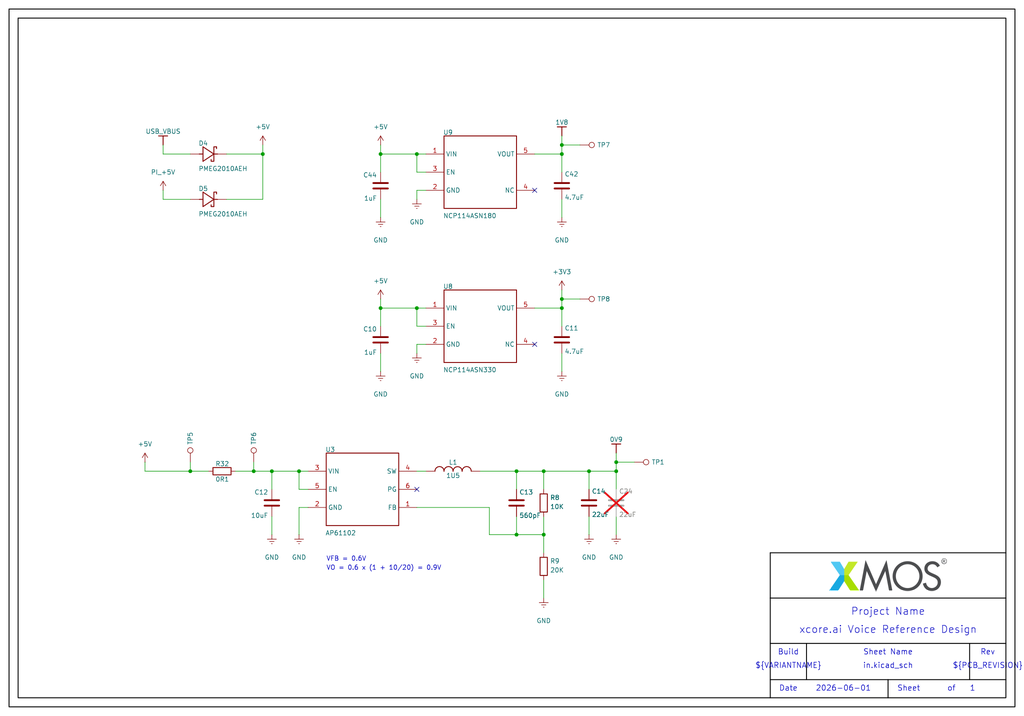
<source format=kicad_sch>
(kicad_sch (version 20231120) (generator "eeschema") (generator_version "8.0")
  (paper "User" 287.02 200.66)
  (title_block (title "xcore.ai Voice Reference Design") (rev "1V0"))
  (lib_symbols
    (symbol "Connector:TestPoint" (pin_numbers hide) (pin_names (offset 0.762) hide)
      (property "Reference" "TP" (at 0 6.858 0))
      (property "Value" "TestPoint" (at 0 5.08 0))
      (symbol "TestPoint_0_1"
        (circle (center 0 3.302) (radius 0.762))
      )
      (symbol "TestPoint_1_1"
        (pin passive line (at 0 0 90) (length 2.54) (name "1") (number "1"))
      )
    )
    (symbol "Device:C" (pin_numbers hide) (pin_names (offset 0.254))
      (property "Reference" "C" (at 0.635 2.54 0))
      (property "Value" "C" (at 0.635 -2.54 0))
      (symbol "C_0_1"
        (polyline (pts (xy -2.032 -0.762) (xy 2.032 -0.762)) (stroke (width 0.508)))
        (polyline (pts (xy -2.032 0.762) (xy 2.032 0.762)) (stroke (width 0.508)))
      )
      (symbol "C_1_1"
        (pin passive line (at 0 3.81 270) (length 2.794) (name "~") (number "1"))
        (pin passive line (at 0 -3.81 90) (length 2.794) (name "~") (number "2"))
      )
    )
    (symbol "Device:R" (pin_numbers hide) (pin_names (offset 0))
      (property "Reference" "R" (at 2.032 0 90))
      (property "Value" "R" (at 0 0 90))
      (symbol "R_0_1"
        (rectangle (start -1.016 -2.54) (end 1.016 2.54) (stroke (width 0.254)))
      )
      (symbol "R_1_1"
        (pin passive line (at 0 3.81 270) (length 1.27) (name "~") (number "1"))
        (pin passive line (at 0 -3.81 90) (length 1.27) (name "~") (number "2"))
      )
    )
    (symbol "Signal-altium-import:0V9_BAR" (power)
      (property "Reference" "#PWR" (at 0 0 0))
      (property "Value" "0V9" (at 0 3.81 0))
      (symbol "0V9_BAR_0_0"
        (polyline (pts (xy -1.27 -2.54) (xy 1.27 -2.54)) (stroke (width 0.254)))
        (polyline (pts (xy 0 0) (xy 0 -2.54)) (stroke (width 0.254)))
        (pin power_in line (at 0 0 0) (length 0) hide (name "0V9") (number ""))
      )
    )
    (symbol "Signal-altium-import:1V8_BAR" (power)
      (property "Reference" "#PWR" (at 0 0 0))
      (property "Value" "1V8" (at 0 3.81 0))
      (symbol "1V8_BAR_0_0"
        (polyline (pts (xy -1.27 -2.54) (xy 1.27 -2.54)) (stroke (width 0.254)))
        (polyline (pts (xy 0 0) (xy 0 -2.54)) (stroke (width 0.254)))
        (pin power_in line (at 0 0 0) (length 0) hide (name "1V8") (number ""))
      )
    )
    (symbol "Signal-altium-import:USB_VBUS_BAR" (power)
      (property "Reference" "#PWR" (at 0 0 0))
      (property "Value" "USB_VBUS" (at 0 3.81 0))
      (symbol "USB_VBUS_BAR_0_0"
        (polyline (pts (xy -1.27 -2.54) (xy 1.27 -2.54)) (stroke (width 0.254)))
        (polyline (pts (xy 0 0) (xy 0 -2.54)) (stroke (width 0.254)))
        (pin power_in line (at 0 0 0) (length 0) hide (name "USB_VBUS") (number ""))
      )
    )
    (symbol "Signal-altium-import:U_Power_0_DIODES_AP61102"
      (symbol "U_Power_0_DIODES_AP61102_1_0"
        (polyline (pts (xy 5.08 2.54) (xy 25.4 2.54) (xy 25.4 22.86) (xy 5.08 22.86) (xy 5.08 2.54)) (stroke (width 0.254)))
        (pin passive line (at 30.48 7.62 180) (length 5.08) (name "FB") (number "1"))
        (pin power_in line (at 0 7.62 0) (length 5.08) (name "GND") (number "2"))
        (pin power_in line (at 0 17.78 0) (length 5.08) (name "VIN") (number "3"))
        (pin passive line (at 30.48 17.78 180) (length 5.08) (name "SW") (number "4"))
        (pin input line (at 0 12.7 0) (length 5.08) (name "EN") (number "5"))
        (pin passive line (at 30.48 12.7 180) (length 5.08) (name "PG") (number "6"))
      )
    )
    (symbol "Signal-altium-import:U_Power_0_INDUCTOR"
      (symbol "U_Power_0_INDUCTOR_1_0"
        (arc (start 5.0797 2.5396) (mid 3.81 3.835) (end 2.5403 2.5396) (stroke (width 0.254)))
        (arc (start 7.6197 2.5396) (mid 6.35 3.835) (end 5.0803 2.5396) (stroke (width 0.254)))
        (arc (start 10.16 2.54) (mid 8.89 3.81) (end 7.62 2.54) (stroke (width 0.254)))
        (arc (start 12.6997 2.5396) (mid 11.43 3.835) (end 10.1603 2.5396) (stroke (width 0.254)))
        (pin passive line (at 0 2.54 0) (length 2.54) (name "1") (number "1"))
        (pin passive line (at 15.24 2.54 180) (length 2.54) (name "2") (number "2"))
      )
    )
    (symbol "Signal-altium-import:U_Power_0_VREG_FIXED_5_A"
      (symbol "U_Power_0_VREG_FIXED_5_A_1_0"
        (polyline (pts (xy 5.08 5.08) (xy 25.4 5.08) (xy 25.4 25.4) (xy 5.08 25.4) (xy 5.08 5.08)) (stroke (width 0.254)))
        (pin power_in line (at 0 20.32 0) (length 5.08) (name "VIN") (number "1"))
        (pin power_in line (at 0 10.16 0) (length 5.08) (name "GND") (number "2"))
        (pin input line (at 0 15.24 0) (length 5.08) (name "EN") (number "3"))
        (pin passive line (at 30.48 10.16 180) (length 5.08) (name "NC") (number "4"))
        (pin power_in line (at 30.48 20.32 180) (length 5.08) (name "VOUT") (number "5"))
      )
    )
    (symbol "Signal-altium-import:U_Power_1_SCHOTTKY"
      (symbol "U_Power_1_SCHOTTKY_1_0"
        (polyline (pts (xy -7.62 5.08) (xy -6.604 5.08)) (stroke (width 0.254)))
        (polyline (pts (xy -6.604 3.048) (xy -3.556 5.08)) (stroke (width 0.254)))
        (polyline (pts (xy -6.604 7.112) (xy -6.604 3.048)) (stroke (width 0.254)))
        (polyline (pts (xy -3.556 5.08) (xy -6.604 7.112)) (stroke (width 0.254)))
        (polyline (pts (xy -3.556 5.08) (xy -2.54 5.08)) (stroke (width 0.254)))
        (polyline (pts (xy -4.318 3.556) (xy -4.318 3.048) (xy -3.556 3.048) (xy -3.556 7.112) (xy -2.794 7.112) (xy -2.794 6.604)) (stroke (width 0.254)))
        (pin passive line (at 0 5.08 180) (length 2.54) (name "K") (number "1"))
        (pin passive line (at -10.16 5.08 0) (length 2.54) (name "A") (number "2"))
      )
    )
    (symbol "power:+3V3" (power) (pin_numbers hide) (pin_names (offset 0) hide)
      (property "Value" "+3V3" (at 0 3.556 0))
      (symbol "+3V3_0_1"
        (polyline (pts (xy -0.762 1.27) (xy 0 2.54)))
        (polyline (pts (xy 0 0) (xy 0 2.54)))
        (polyline (pts (xy 0 2.54) (xy 0.762 1.27)))
      )
      (symbol "+3V3_1_1"
        (pin power_in line (at 0 0 90) (length 0) (name "~") (number "1"))
      )
    )
    (symbol "power:+5V" (power) (pin_numbers hide) (pin_names (offset 0) hide)
      (property "Value" "+5V" (at 0 3.556 0))
      (symbol "+5V_0_1"
        (polyline (pts (xy -0.762 1.27) (xy 0 2.54)))
        (polyline (pts (xy 0 0) (xy 0 2.54)))
        (polyline (pts (xy 0 2.54) (xy 0.762 1.27)))
      )
      (symbol "+5V_1_1"
        (pin power_in line (at 0 0 90) (length 0) (name "~") (number "1"))
      )
    )
    (symbol "power:Earth" (power) (pin_numbers hide) (pin_names (offset 0) hide)
      (property "Value" "Earth" (at 0 -3.81 0))
      (symbol "Earth_0_1"
        (polyline (pts (xy -0.635 -1.905) (xy 0.635 -1.905)))
        (polyline (pts (xy -0.127 -2.54) (xy 0.127 -2.54)))
        (polyline (pts (xy 0 -1.27) (xy 0 0)))
        (polyline (pts (xy 1.27 -1.27) (xy -1.27 -1.27)))
      )
      (symbol "Earth_1_1"
        (pin power_in line (at 0 0 270) (length 0) (name "~") (number "1"))
      )
    )
  )
  (junction (at 106.68 86.36))
  (junction (at 172.72 129.54))
  (junction (at 53.34 132.08))
  (junction (at 116.84 86.36))
  (junction (at 157.48 40.64))
  (junction (at 116.84 43.18))
  (junction (at 144.78 132.08))
  (junction (at 157.48 86.36))
  (junction (at 157.48 83.82))
  (junction (at 73.66 43.18))
  (junction (at 157.48 43.18))
  (junction (at 172.72 132.08))
  (junction (at 144.78 149.86))
  (junction (at 106.68 43.18))
  (junction (at 76.2 132.08))
  (junction (at 71.12 132.08))
  (junction (at 83.82 132.08))
  (junction (at 152.4 132.08))
  (junction (at 165.1 132.08))
  (junction (at 152.4 149.86))
  (no_connect (at 149.86 96.52))
  (no_connect (at 149.86 53.34))
  (no_connect (at 116.84 137.16))
  (wire (pts (xy 165.1 132.08) (xy 152.4 132.08)))
  (wire (pts (xy 152.4 144.78) (xy 152.4 149.86)))
  (wire (pts (xy 116.84 48.26) (xy 119.38 48.26)))
  (wire (pts (xy 76.2 132.08) (xy 76.2 137.16)))
  (wire (pts (xy 116.84 43.18) (xy 116.84 48.26)))
  (wire (pts (xy 73.66 43.18) (xy 73.66 55.88)))
  (wire (pts (xy 45.72 53.34) (xy 45.72 55.88)))
  (wire (pts (xy 157.48 55.88) (xy 157.48 60.96)))
  (wire (pts (xy 83.82 137.16) (xy 83.82 132.08)))
  (polyline (pts (xy 215.9 154.94) (xy 281.94 154.94)) (stroke (width 0.254) (type solid) (color 0 0 0 1)))
  (wire (pts (xy 73.66 43.18) (xy 63.5 43.18)))
  (wire (pts (xy 106.68 40.64) (xy 106.68 43.18)))
  (wire (pts (xy 177.8 129.54) (xy 172.72 129.54)))
  (wire (pts (xy 157.48 86.36) (xy 157.48 91.44)))
  (wire (pts (xy 157.48 40.64) (xy 157.48 43.18)))
  (polyline (pts (xy 215.9 167.64) (xy 281.94 167.64)) (stroke (width 0.254) (type solid) (color 0 0 0 1)))
  (wire (pts (xy 86.36 132.08) (xy 83.82 132.08)))
  (wire (pts (xy 116.84 86.36) (xy 106.68 86.36)))
  (wire (pts (xy 165.1 137.16) (xy 165.1 132.08)))
  (wire (pts (xy 152.4 149.86) (xy 152.4 154.94)))
  (polyline (pts (xy 215.9 195.58) (xy 215.9 167.64)) (stroke (width 0.254) (type solid) (color 0 0 0 1)))
  (polyline (pts (xy 271.78 180.34) (xy 271.78 190.5)) (stroke (width 0.254) (type solid) (color 0 0 0 1)))
  (wire (pts (xy 76.2 144.78) (xy 76.2 149.86)))
  (wire (pts (xy 86.36 137.16) (xy 83.82 137.16)))
  (wire (pts (xy 83.82 142.24) (xy 83.82 149.86)))
  (wire (pts (xy 172.72 129.54) (xy 172.72 132.08)))
  (wire (pts (xy 116.84 91.44) (xy 119.38 91.44)))
  (wire (pts (xy 172.72 127) (xy 172.72 129.54)))
  (wire (pts (xy 76.2 132.08) (xy 71.12 132.08)))
  (wire (pts (xy 119.38 43.18) (xy 116.84 43.18)))
  (wire (pts (xy 157.48 43.18) (xy 157.48 48.26)))
  (wire (pts (xy 119.38 86.36) (xy 116.84 86.36)))
  (wire (pts (xy 73.66 55.88) (xy 63.5 55.88)))
  (wire (pts (xy 157.48 99.06) (xy 157.48 104.14)))
  (wire (pts (xy 162.56 40.64) (xy 157.48 40.64)))
  (wire (pts (xy 172.72 149.86) (xy 172.72 144.78)))
  (polyline (pts (xy 215.9 180.34) (xy 281.94 180.34)) (stroke (width 0.254) (type solid) (color 0 0 0 1)))
  (wire (pts (xy 106.68 43.18) (xy 106.68 48.26)))
  (wire (pts (xy 71.12 129.54) (xy 71.12 132.08)))
  (wire (pts (xy 152.4 132.08) (xy 144.78 132.08)))
  (wire (pts (xy 106.68 99.06) (xy 106.68 104.14)))
  (wire (pts (xy 106.68 55.88) (xy 106.68 60.96)))
  (wire (pts (xy 152.4 149.86) (xy 144.78 149.86)))
  (wire (pts (xy 165.1 144.78) (xy 165.1 149.86)))
  (polyline (pts (xy 248.92 190.5) (xy 248.92 195.58)) (stroke (width 0.254) (type solid) (color 0 0 0 1)))
  (wire (pts (xy 83.82 132.08) (xy 76.2 132.08)))
  (wire (pts (xy 144.78 132.08) (xy 134.62 132.08)))
  (wire (pts (xy 45.72 55.88) (xy 53.34 55.88)))
  (wire (pts (xy 172.72 132.08) (xy 165.1 132.08)))
  (wire (pts (xy 157.48 86.36) (xy 149.86 86.36)))
  (wire (pts (xy 45.72 40.64) (xy 45.72 43.18)))
  (wire (pts (xy 172.72 132.08) (xy 172.72 137.16)))
  (wire (pts (xy 106.68 86.36) (xy 106.68 91.44)))
  (wire (pts (xy 116.84 43.18) (xy 106.68 43.18)))
  (polyline (pts (xy 215.9 190.5) (xy 281.94 190.5)) (stroke (width 0.254) (type solid) (color 0 0 0 1)))
  (wire (pts (xy 106.68 83.82) (xy 106.68 86.36)))
  (wire (pts (xy 119.38 53.34) (xy 116.84 53.34)))
  (wire (pts (xy 137.16 149.86) (xy 137.16 142.24)))
  (wire (pts (xy 144.78 149.86) (xy 137.16 149.86)))
  (wire (pts (xy 73.66 40.64) (xy 73.66 43.18)))
  (wire (pts (xy 86.36 142.24) (xy 83.82 142.24)))
  (wire (pts (xy 157.48 83.82) (xy 157.48 86.36)))
  (wire (pts (xy 116.84 132.08) (xy 119.38 132.08)))
  (wire (pts (xy 53.34 132.08) (xy 58.42 132.08)))
  (wire (pts (xy 116.84 53.34) (xy 116.84 55.88)))
  (wire (pts (xy 53.34 129.54) (xy 53.34 132.08)))
  (wire (pts (xy 66.04 132.08) (xy 71.12 132.08)))
  (wire (pts (xy 157.48 38.1) (xy 157.48 40.64)))
  (polyline (pts (xy 226.06 180.34) (xy 226.06 190.5)) (stroke (width 0.254) (type solid) (color 0 0 0 1)))
  (wire (pts (xy 116.84 96.52) (xy 116.84 99.06)))
  (wire (pts (xy 40.64 132.08) (xy 40.64 129.54)))
  (wire (pts (xy 157.48 43.18) (xy 149.86 43.18)))
  (wire (pts (xy 144.78 132.08) (xy 144.78 137.16)))
  (wire (pts (xy 144.78 144.78) (xy 144.78 149.86)))
  (wire (pts (xy 116.84 86.36) (xy 116.84 91.44)))
  (wire (pts (xy 137.16 142.24) (xy 116.84 142.24)))
  (wire (pts (xy 162.56 83.82) (xy 157.48 83.82)))
  (wire (pts (xy 152.4 162.56) (xy 152.4 167.64)))
  (polyline (pts (xy 215.9 167.64) (xy 215.9 154.94)) (stroke (width 0.254) (type solid) (color 0 0 0 1)))
  (wire (pts (xy 45.72 43.18) (xy 53.34 43.18)))
  (wire (pts (xy 157.48 81.28) (xy 157.48 83.82)))
  (wire (pts (xy 119.38 96.52) (xy 116.84 96.52)))
  (wire (pts (xy 152.4 132.08) (xy 152.4 137.16)))
  (wire (pts (xy 53.34 132.08) (xy 40.64 132.08)))
  (rectangle (start 281.94 5.08) (end 5.08 195.58) (stroke (width 0.254) (color 0 0 0 1)))
  (rectangle (start 284.48 2.54) (end 2.54 198.12) (stroke (width 0.254) (color 0 0 0 1)))
  (image (at 248.92 161.188) (scale 0.119293))
  (text "Sheet Name" (at 248.92 182.88 0) (effects (font (size 1.524 1.524))))
  (text "${PCB_REVISION}" (at 276.86 186.69 0) (effects (font (size 1.524 1.524))))
  (text "Build" (at 220.98 182.88 0) (effects (font (size 1.524 1.524))))
  (text "Date" (at 220.98 193.04 0) (effects (font (size 1.524 1.524))))
  (text "${FILENAME}" (at 248.92 186.69 0) (effects (font (size 1.524 1.524))))
  (text "Rev" (at 276.86 182.88 0) (effects (font (size 1.524 1.524))))
  (text "${TITLE}" (at 248.92 177.8 0) (effects (font (size 2.032 2.032)) (justify bottom)))
  (text "Sheet" (at 251.46 193.04 0) (effects (font (size 1.524 1.524)) (justify left)))
  (text "${CURRENT_DATE}" (at 228.6 193.04 0) (effects (font (size 1.524 1.524)) (justify left)))
  (text "VFB = 0.6V" (at 91.44 157.48 0) (effects (font (size 1.27 1.27)) (justify left bottom)))
  (text "${##}" (at 271.78 193.04 0) (effects (font (size 1.524 1.524)) (justify left)))
  (text "${VARIANTNAME}" (at 220.98 186.69 0) (effects (font (size 1.524 1.524))))
  (text "VO = 0.6 x (1 + 10/20) = 0.9V" (at 91.44 160.02 0) (effects (font (size 1.27 1.27)) (justify left bottom)))
  (text "of" (at 266.7 193.04 0) (effects (font (size 1.524 1.524))))
  (text "${#}" (at 261.62 193.04 0) (effects (font (size 1.524 1.524))))
  (text "Project Name" (at 248.92 172.72 0) (effects (font (size 2.032 2.032)) (justify bottom)))
  (symbol (lib_id "Device:C") (at 157.48 52.07 0) (unit 1)
    (property "Reference" "C42" (at 158.242 49.53 0) (effects (justify left bottom)))
    (property "Value" "4.7uF" (at 158.242 54.61 0) (effects (justify left top)))
    (property "Footprint" "Capacitor_SMD:C_0603_1608Metric" (effects (hide yes)))
    (property "Description" "Unpolarized capacitor" (effects (hide yes)))
    (property "ALTIUM_VALUE" "4U7" (effects (hide yes)))
    (property "PART NUMBER" "STD-06-0151" (effects (hide yes)))
    (property "DIELECTRIC" "X5R" (effects (hide yes)))
    (property "RATED VOLTAGE" "16V" (effects (hide yes)))
    (property "TOLERANCE" "10%" (effects (hide yes)))
    (property "MANUFACTURER" "Murata" (effects (hide yes)))
    (property "MANUFACTURER PART NUMBER" "GRM188R61C475KE11D" (effects (hide yes)))
    (property "APPROX VOLUME COST ($)" "0.084" (effects (hide yes)))
    (property "WEB SEARCH LINK" "http://www.google.com/search?q=GRM188R61C475KE11D" (effects (hide yes)))
  )
  (symbol (lib_id "power:Earth") (at 165.1 149.86 0) (unit 1)
    (property "Reference" "#PWR0219" (effects (hide yes)))
    (property "Value" "GND" (at 165.1 156.21 0))
    (property "Description" "Power symbol creates a global label with name \"Earth\"" (effects (hide yes)))
  )
  (symbol (lib_id "Signal-altium-import:U_Power_1_SCHOTTKY") (at 63.5 60.96 0) (unit 1)
    (property "Reference" "D5" (at 55.626 53.594 0) (effects (justify left bottom)))
    (property "Value" "PMEG2010AEH" (at 55.626 60.706 0) (effects (justify left bottom)))
    (property "Footprint" "Diode_SMD:D_SOD-323F" (effects (hide yes)))
    (property "ALTIUM_VALUE" "PMEG2010AEH" (effects (hide yes)))
    (property "PART NUMBER" "GEN-16-0049" (effects (hide yes)))
    (property "MANUFACTURER" "Nexperia" (effects (hide yes)))
    (property "MANUFACTURER PART NUMBER" "PMEG2010AEH" (effects (hide yes)))
    (property "APPROX VOLUME COST ($)" "0.08" (effects (hide yes)))
    (property "WEB SEARCH LINK" "http://www.google.com/search?q=PMEG2010AEH" (effects (hide yes)))
  )
  (symbol (lib_id "Signal-altium-import:USB_VBUS_BAR") (at 45.72 40.64 180) (unit 1)
    (property "Reference" "#PWR0214" (effects (hide yes)))
    (property "Value" "USB_VBUS" (at 45.72 36.83 0))
  )
  (symbol (lib_id "Connector:TestPoint") (at 162.56 40.64 270) (unit 1)
    (property "Reference" "TP7" (at 167.386 40.64 90) (effects (justify left)))
    (property "Value" "TestPoint" (effects (hide yes)))
    (property "Footprint" "TestPoint:TestPoint_Pad_D1.0mm" (effects (hide yes)))
    (property "Description" "test point" (effects (hide yes)))
  )
  (symbol (lib_id "Device:C") (at 172.72 140.97 0) (unit 1) (in_bom no) (dnp yes)
    (property "Reference" "C24" (at 173.482 138.43 0) (effects (justify left bottom)))
    (property "Value" "22uF" (at 173.482 143.51 0) (effects (justify left top)))
    (property "Footprint" "Capacitor_SMD:C_0603_1608Metric" (effects (hide yes)))
    (property "Description" "Unpolarized capacitor" (effects (hide yes)))
    (property "ALTIUM_VALUE" "22U" (effects (hide yes)))
    (property "PART NUMBER" "GEN-03-0046" (effects (hide yes)))
    (property "DIELECTRIC" "X5R" (effects (hide yes)))
    (property "RATED VOLTAGE" "6.3V" (effects (hide yes)))
    (property "TOLERANCE" "20%" (effects (hide yes)))
    (property "MANUFACTURER" "Murata" (effects (hide yes)))
    (property "MANUFACTURER PART NUMBER" "GRM188R60J226MEA0" (effects (hide yes)))
    (property "APPROX VOLUME COST ($)" "0.04" (effects (hide yes)))
    (property "WEB SEARCH LINK" "http://www.google.com/search?q=GRM188R60J226MEA0" (effects (hide yes)))
  )
  (symbol (lib_id "power:Earth") (at 157.48 60.96 0) (unit 1)
    (property "Reference" "#PWR0212" (effects (hide yes)))
    (property "Value" "GND" (at 157.48 67.31 0))
    (property "Description" "Power symbol creates a global label with name \"Earth\"" (effects (hide yes)))
  )
  (symbol (lib_id "Device:C") (at 76.2 140.97 0) (unit 1)
    (property "Reference" "C12" (at 75.184 138.684 0) (effects (justify right bottom)))
    (property "Value" "10uF" (at 75.184 143.764 0) (effects (justify right top)))
    (property "Footprint" "Capacitor_SMD:C_0603_1608Metric" (effects (hide yes)))
    (property "Description" "Unpolarized capacitor" (effects (hide yes)))
    (property "ALTIUM_VALUE" "10U" (effects (hide yes)))
    (property "PART NUMBER" "GEN-03-0043" (effects (hide yes)))
    (property "DIELECTRIC" "X5R" (effects (hide yes)))
    (property "RATED VOLTAGE" "10V" (effects (hide yes)))
    (property "TOLERANCE" "20%" (effects (hide yes)))
    (property "MANUFACTURER" "Murata" (effects (hide yes)))
    (property "MANUFACTURER PART NUMBER" "GRM188R61A106ME69" (effects (hide yes)))
    (property "APPROX VOLUME COST ($)" "0.03" (effects (hide yes)))
    (property "WEB SEARCH LINK" "http://www.google.com/search?q=GRM188R61A106ME69" (effects (hide yes)))
  )
  (symbol (lib_id "Device:R") (at 152.4 158.75 0) (unit 1)
    (property "Reference" "R9" (at 154.178 157.988 0) (effects (justify left bottom)))
    (property "Value" "20K" (at 154.178 160.528 0) (effects (justify left bottom)))
    (property "Footprint" "Resistor_SMD:R_0402_1005Metric" (effects (hide yes)))
    (property "Description" "Resistor" (effects (hide yes)))
    (property "ALTIUM_VALUE" "20K" (effects (hide yes)))
    (property "PART NUMBER" "STD-01-0087" (effects (hide yes)))
    (property "TOLERANCE" "1%" (effects (hide yes)))
    (property "MAX VOLTAGE" "50V" (effects (hide yes)))
    (property "MAX POWER" "63mW" (effects (hide yes)))
    (property "TEMPERATURE COEFFICIENT" "±100ppm/°C" (effects (hide yes)))
    (property "MANUFACTURER" "Yageo" (effects (hide yes)))
    (property "MANUFACTURER PART NUMBER" "RC0402FR-0720KL" (effects (hide yes)))
    (property "APPROX VOLUME COST ($)" "0.002" (effects (hide yes)))
    (property "WEB SEARCH LINK" "http://www.google.com/search?q=RC0402FR-0720KL" (effects (hide yes)))
  )
  (symbol (lib_id "power:+5V") (at 106.68 40.64 0) (unit 1)
    (property "Reference" "#PWR02" (effects (hide yes)))
    (property "Value" "+5V" (at 106.68 35.56 0))
    (property "Description" "Power symbol creates a global label with name \"+5V\"" (effects (hide yes)))
  )
  (symbol (lib_id "power:+5V") (at 40.64 129.54 0) (unit 1)
    (property "Reference" "#PWR04" (effects (hide yes)))
    (property "Value" "+5V" (at 40.64 124.46 0))
    (property "Description" "Power symbol creates a global label with name \"+5V\"" (effects (hide yes)))
  )
  (symbol (lib_id "power:Earth") (at 172.72 149.86 0) (unit 1)
    (property "Reference" "#PWR0218" (effects (hide yes)))
    (property "Value" "GND" (at 172.72 156.21 0))
    (property "Description" "Power symbol creates a global label with name \"Earth\"" (effects (hide yes)))
  )
  (symbol (lib_id "Signal-altium-import:U_Power_0_DIODES_AP61102") (at 86.36 149.86 0) (unit 1)
    (property "Reference" "U3" (at 91.186 126.746 0) (effects (justify left bottom)))
    (property "Value" "AP61102" (at 91.186 150.114 0) (effects (justify left bottom)))
    (property "Footprint" "Package_TO_SOT_SMD:SOT-563" (effects (hide yes)))
    (property "ALTIUM_VALUE" "AP61102" (effects (hide yes)))
    (property "PART NUMBER" "GEN-14-0064" (effects (hide yes)))
    (property "OP TEMP RANGE" "TJ = -40 to 125" (effects (hide yes)))
    (property "MANUFACTURER" "Diodes Incorporated" (effects (hide yes)))
    (property "MANUFACTURER PART NUMBER" "AP61102Z6-7" (effects (hide yes)))
    (property "APPROX VOLUME COST ($)" "0.11" (effects (hide yes)))
    (property "WEB SEARCH LINK" "http://www.google.com/search?q=AP61102Z6-7" (effects (hide yes)))
  )
  (symbol (lib_id "Device:C") (at 106.68 52.07 0) (unit 1)
    (property "Reference" "C44" (at 105.664 49.784 0) (effects (justify right bottom)))
    (property "Value" "1uF" (at 105.664 54.864 0) (effects (justify right top)))
    (property "Footprint" "Capacitor_SMD:C_0402_1005Metric" (effects (hide yes)))
    (property "Description" "Unpolarized capacitor" (effects (hide yes)))
    (property "ALTIUM_VALUE" "1U" (effects (hide yes)))
    (property "PART NUMBER" "STD-06-0140" (effects (hide yes)))
    (property "DIELECTRIC" "X5R" (effects (hide yes)))
    (property "RATED VOLTAGE" "16V" (effects (hide yes)))
    (property "TOLERANCE" "20%" (effects (hide yes)))
    (property "MANUFACTURER" "Murata" (effects (hide yes)))
    (property "MANUFACTURER PART NUMBER" "GRM155R61C105MA12D" (effects (hide yes)))
    (property "APPROX VOLUME COST ($)" "0.011" (effects (hide yes)))
    (property "WEB SEARCH LINK" "http://www.google.com/search?q=GRM155R61C105MA12D" (effects (hide yes)))
  )
  (symbol (lib_id "Device:C") (at 157.48 95.25 0) (unit 1)
    (property "Reference" "C11" (at 158.242 92.71 0) (effects (justify left bottom)))
    (property "Value" "4.7uF" (at 158.242 97.79 0) (effects (justify left top)))
    (property "Footprint" "Capacitor_SMD:C_0603_1608Metric" (effects (hide yes)))
    (property "Description" "Unpolarized capacitor" (effects (hide yes)))
    (property "ALTIUM_VALUE" "4U7" (effects (hide yes)))
    (property "PART NUMBER" "STD-06-0151" (effects (hide yes)))
    (property "DIELECTRIC" "X5R" (effects (hide yes)))
    (property "RATED VOLTAGE" "16V" (effects (hide yes)))
    (property "TOLERANCE" "10%" (effects (hide yes)))
    (property "MANUFACTURER" "Murata" (effects (hide yes)))
    (property "MANUFACTURER PART NUMBER" "GRM188R61C475KE11D" (effects (hide yes)))
    (property "APPROX VOLUME COST ($)" "0.084" (effects (hide yes)))
    (property "WEB SEARCH LINK" "http://www.google.com/search?q=GRM188R61C475KE11D" (effects (hide yes)))
  )
  (symbol (lib_id "power:Earth") (at 83.82 149.86 0) (unit 1)
    (property "Reference" "#PWR0216" (effects (hide yes)))
    (property "Value" "GND" (at 83.82 156.21 0))
    (property "Description" "Power symbol creates a global label with name \"Earth\"" (effects (hide yes)))
  )
  (symbol (lib_id "power:Earth") (at 106.68 104.14 0) (unit 1)
    (property "Reference" "#PWR0221" (effects (hide yes)))
    (property "Value" "GND" (at 106.68 110.49 0))
    (property "Description" "Power symbol creates a global label with name \"Earth\"" (effects (hide yes)))
  )
  (symbol (lib_id "power:+3V3") (at 157.48 81.28 0) (unit 1)
    (property "Reference" "#PWR019" (effects (hide yes)))
    (property "Value" "+3V3" (at 157.48 76.2 0))
    (property "Description" "Power symbol creates a global label with name \"+3V3\"" (effects (hide yes)))
  )
  (symbol (lib_id "Device:C") (at 144.78 140.97 0) (unit 1)
    (property "Reference" "C13" (at 145.542 138.684 0) (effects (justify left bottom)))
    (property "Value" "560pF" (at 145.542 143.764 0) (effects (justify left top)))
    (property "Footprint" "Capacitor_SMD:C_0402_1005Metric" (effects (hide yes)))
    (property "Description" "Unpolarized capacitor" (effects (hide yes)))
    (property "ALTIUM_VALUE" "560P" (effects (hide yes)))
    (property "PART NUMBER" "STD-06-0147" (effects (hide yes)))
    (property "DIELECTRIC" "NP0" (effects (hide yes)))
    (property "RATED VOLTAGE" "50V" (effects (hide yes)))
    (property "TOLERANCE" "5%" (effects (hide yes)))
    (property "MANUFACTURER" "Yageo" (effects (hide yes)))
    (property "MANUFACTURER PART NUMBER" "CC0402JRNPO9BN561" (effects (hide yes)))
    (property "APPROX VOLUME COST ($)" "0.017" (effects (hide yes)))
    (property "WEB SEARCH LINK" "http://www.google.com/search?q=CC0402JRNPO9BN561" (effects (hide yes)))
  )
  (symbol (lib_id "Connector:TestPoint") (at 177.8 129.54 270) (unit 1)
    (property "Reference" "TP1" (at 182.626 129.54 90) (effects (justify left)))
    (property "Value" "TestPoint" (effects (hide yes)))
    (property "Footprint" "TestPoint:TestPoint_Pad_D1.0mm" (effects (hide yes)))
    (property "Description" "test point" (effects (hide yes)))
  )
  (symbol (lib_id "Signal-altium-import:U_Power_1_SCHOTTKY") (at 63.5 48.26 0) (unit 1)
    (property "Reference" "D4" (at 55.626 40.894 0) (effects (justify left bottom)))
    (property "Value" "PMEG2010AEH" (at 55.626 48.006 0) (effects (justify left bottom)))
    (property "Footprint" "Diode_SMD:D_SOD-323F" (effects (hide yes)))
    (property "ALTIUM_VALUE" "PMEG2010AEH" (effects (hide yes)))
    (property "PART NUMBER" "GEN-16-0049" (effects (hide yes)))
    (property "MANUFACTURER" "Nexperia" (effects (hide yes)))
    (property "MANUFACTURER PART NUMBER" "PMEG2010AEH" (effects (hide yes)))
    (property "APPROX VOLUME COST ($)" "0.08" (effects (hide yes)))
    (property "WEB SEARCH LINK" "http://www.google.com/search?q=PMEG2010AEH" (effects (hide yes)))
  )
  (symbol (lib_id "Signal-altium-import:U_Power_0_INDUCTOR") (at 119.38 134.62 0) (unit 1)
    (property "Reference" "L1" (at 127 130.302 0) (effects (justify bottom)))
    (property "Value" "1U5" (at 127 132.588 0) (effects (justify top)))
    (property "Footprint" "Inductor_SMD:L_1008_2520Metric" (effects (hide yes)))
    (property "ALTIUM_VALUE" "1U5" (effects (hide yes)))
    (property "PART NUMBER" "GEN-05-0025" (effects (hide yes)))
    (property "TOLERANCE" "20%" (effects (hide yes)))
    (property "MAX DC RESISTANCE" "0.065R" (effects (hide yes)))
    (property "RATED CURRENT (SATURATION)" "3.3A" (effects (hide yes)))
    (property "RATED CURRENT (TEMP RISE)" "2.6A" (effects (hide yes)))
    (property "MANUFACTURER" "Taiyo Yuden" (effects (hide yes)))
    (property "MANUFACTURER PART NUMBER" "MAMK2520H1R5M" (effects (hide yes)))
    (property "APPROX VOLUME COST ($)" "0.096" (effects (hide yes)))
    (property "WEB SEARCH LINK" "http://www.google.com/search?q=MAMK2520H1R5M" (effects (hide yes)))
  )
  (symbol (lib_id "power:Earth") (at 116.84 55.88 0) (unit 1)
    (property "Reference" "#PWR0223" (effects (hide yes)))
    (property "Value" "GND" (at 116.84 62.23 0))
    (property "Description" "Power symbol creates a global label with name \"Earth\"" (effects (hide yes)))
  )
  (symbol (lib_id "Connector:TestPoint") (at 71.12 129.54 0) (unit 1)
    (property "Reference" "TP6" (at 71.12 124.714 90) (effects (justify left)))
    (property "Value" "TestPoint" (effects (hide yes)))
    (property "Footprint" "TestPoint:TestPoint_Pad_D1.0mm" (effects (hide yes)))
    (property "Description" "test point" (effects (hide yes)))
  )
  (symbol (lib_id "Device:C") (at 165.1 140.97 0) (unit 1)
    (property "Reference" "C14" (at 165.862 138.43 0) (effects (justify left bottom)))
    (property "Value" "22uF" (at 165.862 143.51 0) (effects (justify left top)))
    (property "Footprint" "Capacitor_SMD:C_0603_1608Metric" (effects (hide yes)))
    (property "Description" "Unpolarized capacitor" (effects (hide yes)))
    (property "ALTIUM_VALUE" "22U" (effects (hide yes)))
    (property "PART NUMBER" "GEN-03-0046" (effects (hide yes)))
    (property "DIELECTRIC" "X5R" (effects (hide yes)))
    (property "RATED VOLTAGE" "6.3V" (effects (hide yes)))
    (property "TOLERANCE" "20%" (effects (hide yes)))
    (property "MANUFACTURER" "Murata" (effects (hide yes)))
    (property "MANUFACTURER PART NUMBER" "GRM188R60J226MEA0" (effects (hide yes)))
    (property "APPROX VOLUME COST ($)" "0.04" (effects (hide yes)))
    (property "WEB SEARCH LINK" "http://www.google.com/search?q=GRM188R60J226MEA0" (effects (hide yes)))
  )
  (symbol (lib_id "power:Earth") (at 116.84 99.06 0) (unit 1)
    (property "Reference" "#PWR0222" (effects (hide yes)))
    (property "Value" "GND" (at 116.84 105.41 0))
    (property "Description" "Power symbol creates a global label with name \"Earth\"" (effects (hide yes)))
  )
  (symbol (lib_id "power:+5V") (at 106.68 83.82 0) (unit 1)
    (property "Reference" "#PWR03" (effects (hide yes)))
    (property "Value" "+5V" (at 106.68 78.74 0))
    (property "Description" "Power symbol creates a global label with name \"+5V\"" (effects (hide yes)))
  )
  (symbol (lib_id "Signal-altium-import:U_Power_0_VREG_FIXED_5_A") (at 119.38 106.68 0) (unit 1)
    (property "Reference" "U8" (at 124.206 81.026 0) (effects (justify left bottom)))
    (property "Value" "NCP114ASN330" (at 124.206 104.394 0) (effects (justify left bottom)))
    (property "Footprint" "Package_TO_SOT_SMD:TSOT-23-5" (effects (hide yes)))
    (property "ALTIUM_VALUE" "NCP114ASN330" (effects (hide yes)))
    (property "PART NUMBER" "GEN-14-0049" (effects (hide yes)))
    (property "MANUFACTURER" "ON Semiconductor" (effects (hide yes)))
    (property "MANUFACTURER PART NUMBER" "NCP114ASN330T1G" (effects (hide yes)))
    (property "APPROX VOLUME COST ($)" "0.04" (effects (hide yes)))
    (property "WEB SEARCH LINK" "http://www.google.com/search?q=NCP114ASN330T1G" (effects (hide yes)))
  )
  (symbol (lib_id "Connector:TestPoint") (at 162.56 83.82 270) (unit 1)
    (property "Reference" "TP8" (at 167.386 83.82 90) (effects (justify left)))
    (property "Value" "TestPoint" (effects (hide yes)))
    (property "Footprint" "TestPoint:TestPoint_Pad_D1.0mm" (effects (hide yes)))
    (property "Description" "test point" (effects (hide yes)))
  )
  (symbol (lib_id "Device:R") (at 152.4 140.97 0) (unit 1)
    (property "Reference" "R8" (at 154.178 140.208 0) (effects (justify left bottom)))
    (property "Value" "10K" (at 154.178 142.748 0) (effects (justify left bottom)))
    (property "Footprint" "Resistor_SMD:R_0402_1005Metric" (effects (hide yes)))
    (property "Description" "Resistor" (effects (hide yes)))
    (property "ALTIUM_VALUE" "10K" (effects (hide yes)))
    (property "PART NUMBER" "STD-01-0080" (effects (hide yes)))
    (property "TOLERANCE" "1%" (effects (hide yes)))
    (property "MAX VOLTAGE" "50V" (effects (hide yes)))
    (property "MAX POWER" "63mW" (effects (hide yes)))
    (property "TEMPERATURE COEFFICIENT" "±100ppm/°C" (effects (hide yes)))
    (property "MANUFACTURER" "Yageo" (effects (hide yes)))
    (property "MANUFACTURER PART NUMBER" "RC0402FR-0710KL" (effects (hide yes)))
    (property "APPROX VOLUME COST ($)" "0.002" (effects (hide yes)))
    (property "WEB SEARCH LINK" "http://www.google.com/search?q=RC0402FR-0710KL" (effects (hide yes)))
  )
  (symbol (lib_id "power:Earth") (at 106.68 60.96 0) (unit 1)
    (property "Reference" "#PWR0220" (effects (hide yes)))
    (property "Value" "GND" (at 106.68 67.31 0))
    (property "Description" "Power symbol creates a global label with name \"Earth\"" (effects (hide yes)))
  )
  (symbol (lib_id "Signal-altium-import:U_Power_0_VREG_FIXED_5_A") (at 119.38 63.5 0) (unit 1)
    (property "Reference" "U9" (at 124.206 37.846 0) (effects (justify left bottom)))
    (property "Value" "NCP114ASN180" (at 124.206 61.214 0) (effects (justify left bottom)))
    (property "Footprint" "Package_TO_SOT_SMD:TSOT-23-5" (effects (hide yes)))
    (property "ALTIUM_VALUE" "NCP114ASN180" (effects (hide yes)))
    (property "PART NUMBER" "GEN-14-0050" (effects (hide yes)))
    (property "MANUFACTURER" "ON Semiconductor" (effects (hide yes)))
    (property "MANUFACTURER PART NUMBER" "NCP114ASN180T1G" (effects (hide yes)))
    (property "APPROX VOLUME COST ($)" "0.06" (effects (hide yes)))
    (property "WEB SEARCH LINK" "http://www.google.com/search?q=NCP114ASN180T1G" (effects (hide yes)))
  )
  (symbol (lib_id "Signal-altium-import:1V8_BAR") (at 157.48 38.1 180) (unit 1)
    (property "Reference" "#PWR0224" (effects (hide yes)))
    (property "Value" "1V8" (at 157.48 34.29 0))
  )
  (symbol (lib_id "Connector:TestPoint") (at 53.34 129.54 0) (unit 1)
    (property "Reference" "TP5" (at 53.34 124.714 90) (effects (justify left)))
    (property "Value" "TestPoint" (effects (hide yes)))
    (property "Footprint" "TestPoint:TestPoint_Pad_D1.0mm" (effects (hide yes)))
    (property "Description" "test point" (effects (hide yes)))
  )
  (symbol (lib_id "power:Earth") (at 152.4 167.64 0) (unit 1)
    (property "Reference" "#PWR0217" (effects (hide yes)))
    (property "Value" "GND" (at 152.4 173.99 0))
    (property "Description" "Power symbol creates a global label with name \"Earth\"" (effects (hide yes)))
  )
  (symbol (lib_id "power:Earth") (at 157.48 104.14 0) (unit 1)
    (property "Reference" "#PWR0210" (effects (hide yes)))
    (property "Value" "GND" (at 157.48 110.49 0))
    (property "Description" "Power symbol creates a global label with name \"Earth\"" (effects (hide yes)))
  )
  (symbol (lib_id "power:Earth") (at 76.2 149.86 0) (unit 1)
    (property "Reference" "#PWR0215" (effects (hide yes)))
    (property "Value" "GND" (at 76.2 156.21 0))
    (property "Description" "Power symbol creates a global label with name \"Earth\"" (effects (hide yes)))
  )
  (symbol (lib_id "Device:C") (at 106.68 95.25 0) (unit 1)
    (property "Reference" "C10" (at 105.664 92.964 0) (effects (justify right bottom)))
    (property "Value" "1uF" (at 105.664 98.044 0) (effects (justify right top)))
    (property "Footprint" "Capacitor_SMD:C_0402_1005Metric" (effects (hide yes)))
    (property "Description" "Unpolarized capacitor" (effects (hide yes)))
    (property "ALTIUM_VALUE" "1U" (effects (hide yes)))
    (property "PART NUMBER" "STD-06-0140" (effects (hide yes)))
    (property "DIELECTRIC" "X5R" (effects (hide yes)))
    (property "RATED VOLTAGE" "16V" (effects (hide yes)))
    (property "TOLERANCE" "20%" (effects (hide yes)))
    (property "MANUFACTURER" "Murata" (effects (hide yes)))
    (property "MANUFACTURER PART NUMBER" "GRM155R61C105MA12D" (effects (hide yes)))
    (property "APPROX VOLUME COST ($)" "0.011" (effects (hide yes)))
    (property "WEB SEARCH LINK" "http://www.google.com/search?q=GRM155R61C105MA12D" (effects (hide yes)))
  )
  (symbol (lib_id "Signal-altium-import:0V9_BAR") (at 172.72 127 180) (unit 1)
    (property "Reference" "#PWR0211" (effects (hide yes)))
    (property "Value" "0V9" (at 172.72 123.19 0))
  )
  (symbol (lib_id "power:+5V") (at 45.72 53.34 0) (unit 1)
    (property "Reference" "#PWR05" (effects (hide yes)))
    (property "Value" "PI_+5V" (at 45.72 48.26 0))
    (property "Description" "Power symbol creates a global label with name \"+5V\"" (effects (hide yes)))
  )
  (symbol (lib_id "Device:R") (at 62.23 132.08 90) (unit 1)
    (property "Reference" "R32" (at 64.262 129.286 90) (effects (justify left bottom)))
    (property "Value" "0R1" (at 64.262 133.604 90) (effects (justify left bottom)))
    (property "Footprint" "Resistor_SMD:R_0603_1608Metric" (effects (hide yes)))
    (property "Description" "Resistor" (effects (hide yes)))
    (property "ALTIUM_VALUE" "0R1" (effects (hide yes)))
    (property "PART NUMBER" "GEN-02-0024" (effects (hide yes)))
    (property "TOLERANCE" "1%" (effects (hide yes)))
    (property "MAX VOLTAGE" "50V" (effects (hide yes)))
    (property "MAX POWER" "0.1W" (effects (hide yes)))
    (property "TEMPERATURE COEFFICIENT" "±800ppm/°C" (effects (hide yes)))
    (property "MANUFACTURER" "Yageo" (effects (hide yes)))
    (property "MANUFACTURER PART NUMBER" "RL0603FR-070R1L" (effects (hide yes)))
    (property "APPROX VOLUME COST ($)" "0.06" (effects (hide yes)))
    (property "WEB SEARCH LINK" "http://www.google.com/search?q=RL0603FR-070R1L" (effects (hide yes)))
  )
  (symbol (lib_id "power:+5V") (at 73.66 40.64 0) (unit 1)
    (property "Reference" "#PWR01" (effects (hide yes)))
    (property "Value" "+5V" (at 73.66 35.56 0))
    (property "Description" "Power symbol creates a global label with name \"+5V\"" (effects (hide yes)))
  )
)
</source>
